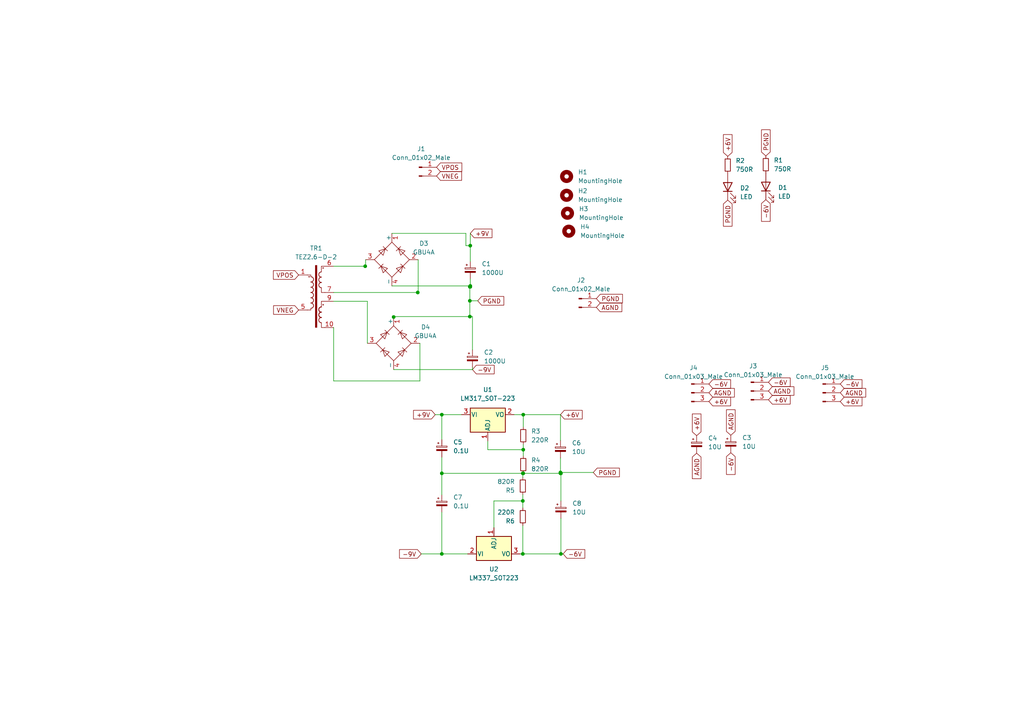
<source format=kicad_sch>
(kicad_sch (version 20211123) (generator eeschema)
  (paper "A4")
  (lib_symbols
    (symbol "Connector:Conn_01x02_Male" (pin_names (offset 1.016) hide)
      (property "Reference" "J" (at 0 2.54 0))
      (property "Value" "Conn_01x02_Male" (at 0 -5.08 0))
      (symbol "Conn_01x02_Male_1_1"
        (polyline (pts (xy 1.27 -2.54) (xy 0.8636 -2.54)) (stroke (width 0.1524)))
        (polyline (pts (xy 1.27 0) (xy 0.8636 0)) (stroke (width 0.1524)))
        (rectangle (start 0.8636 -2.413) (end 0 -2.667) (stroke (width 0.1524)) (fill (type outline)))
        (rectangle (start 0.8636 0.127) (end 0 -0.127) (stroke (width 0.1524)) (fill (type outline)))
        (pin passive line (at 5.08 0 180) (length 3.81) (name "Pin_1") (number "1"))
        (pin passive line (at 5.08 -2.54 180) (length 3.81) (name "Pin_2") (number "2"))
      )
    )
    (symbol "Connector:Conn_01x03_Male" (pin_names (offset 1.016) hide)
      (property "Reference" "J" (at 0 5.08 0))
      (property "Value" "Conn_01x03_Male" (at 0 -5.08 0))
      (symbol "Conn_01x03_Male_1_1"
        (polyline (pts (xy 1.27 -2.54) (xy 0.8636 -2.54)) (stroke (width 0.1524)))
        (polyline (pts (xy 1.27 0) (xy 0.8636 0)) (stroke (width 0.1524)))
        (polyline (pts (xy 1.27 2.54) (xy 0.8636 2.54)) (stroke (width 0.1524)))
        (rectangle (start 0.8636 -2.413) (end 0 -2.667) (stroke (width 0.1524)) (fill (type outline)))
        (rectangle (start 0.8636 0.127) (end 0 -0.127) (stroke (width 0.1524)) (fill (type outline)))
        (rectangle (start 0.8636 2.667) (end 0 2.413) (stroke (width 0.1524)) (fill (type outline)))
        (pin passive line (at 5.08 2.54 180) (length 3.81) (name "Pin_1") (number "1"))
        (pin passive line (at 5.08 0 180) (length 3.81) (name "Pin_2") (number "2"))
        (pin passive line (at 5.08 -2.54 180) (length 3.81) (name "Pin_3") (number "3"))
      )
    )
    (symbol "Device:C_Polarized_Small" (pin_numbers hide) (pin_names (offset 0.254) hide)
      (property "Reference" "C" (at 0.254 1.778 0))
      (property "Value" "C_Polarized_Small" (at 0.254 -2.032 0))
      (symbol "C_Polarized_Small_0_1"
        (rectangle (start -1.524 -0.3048) (end 1.524 -0.6858) (fill (type outline)))
        (rectangle (start -1.524 0.6858) (end 1.524 0.3048))
        (polyline (pts (xy -1.27 1.524) (xy -0.762 1.524)))
        (polyline (pts (xy -1.016 1.27) (xy -1.016 1.778)))
      )
      (symbol "C_Polarized_Small_1_1"
        (pin passive line (at 0 2.54 270) (length 1.8542) (name "~") (number "1"))
        (pin passive line (at 0 -2.54 90) (length 1.8542) (name "~") (number "2"))
      )
    )
    (symbol "Device:LED" (pin_numbers hide) (pin_names (offset 1.016) hide)
      (property "Reference" "D" (at 0 2.54 0))
      (property "Value" "LED" (at 0 -2.54 0))
      (symbol "LED_0_1"
        (polyline (pts (xy -1.27 -1.27) (xy -1.27 1.27)) (stroke (width 0.254)))
        (polyline (pts (xy -1.27 0) (xy 1.27 0)))
        (polyline (pts (xy 1.27 -1.27) (xy 1.27 1.27) (xy -1.27 0) (xy 1.27 -1.27)) (stroke (width 0.254)))
        (polyline (pts (xy -3.048 -0.762) (xy -4.572 -2.286) (xy -3.81 -2.286) (xy -4.572 -2.286) (xy -4.572 -1.524)))
        (polyline (pts (xy -1.778 -0.762) (xy -3.302 -2.286) (xy -2.54 -2.286) (xy -3.302 -2.286) (xy -3.302 -1.524)))
      )
      (symbol "LED_1_1"
        (pin passive line (at -3.81 0 0) (length 2.54) (name "K") (number "1"))
        (pin passive line (at 3.81 0 180) (length 2.54) (name "A") (number "2"))
      )
    )
    (symbol "Device:R_Small" (pin_numbers hide) (pin_names (offset 0.254) hide)
      (property "Reference" "R" (at 0.762 0.508 0))
      (property "Value" "R_Small" (at 0.762 -1.016 0))
      (symbol "R_Small_0_1"
        (rectangle (start -0.762 1.778) (end 0.762 -1.778) (stroke (width 0.2032)))
      )
      (symbol "R_Small_1_1"
        (pin passive line (at 0 2.54 270) (length 0.762) (name "~") (number "1"))
        (pin passive line (at 0 -2.54 90) (length 0.762) (name "~") (number "2"))
      )
    )
    (symbol "Diode_Bridge:GBU4A" (pin_names (offset 0))
      (property "Reference" "D" (at 2.54 6.985 0))
      (property "Value" "GBU4A" (at 2.54 5.08 0))
      (symbol "GBU4A_0_1"
        (polyline (pts (xy -2.54 3.81) (xy -1.27 2.54)))
        (polyline (pts (xy -1.27 -2.54) (xy -2.54 -3.81)))
        (polyline (pts (xy 2.54 -1.27) (xy 3.81 -2.54)))
        (polyline (pts (xy 2.54 1.27) (xy 3.81 2.54)))
        (polyline (pts (xy -3.81 2.54) (xy -2.54 1.27) (xy -1.905 3.175) (xy -3.81 2.54)))
        (polyline (pts (xy -2.54 -1.27) (xy -3.81 -2.54) (xy -1.905 -3.175) (xy -2.54 -1.27)))
        (polyline (pts (xy 1.27 2.54) (xy 2.54 3.81) (xy 3.175 1.905) (xy 1.27 2.54)))
        (polyline (pts (xy 3.175 -1.905) (xy 1.27 -2.54) (xy 2.54 -3.81) (xy 3.175 -1.905)))
        (polyline (pts (xy -5.08 0) (xy 0 -5.08) (xy 5.08 0) (xy 0 5.08) (xy -5.08 0)))
      )
      (symbol "GBU4A_1_1"
        (pin passive line (at 7.62 0 180) (length 2.54) (name "+") (number "1"))
        (pin passive line (at 0 -7.62 90) (length 2.54) (name "~") (number "2"))
        (pin passive line (at 0 7.62 270) (length 2.54) (name "~") (number "3"))
        (pin passive line (at -7.62 0 0) (length 2.54) (name "-") (number "4"))
      )
    )
    (symbol "Mechanical:MountingHole" (pin_names (offset 1.016))
      (property "Reference" "H" (at 0 5.08 0))
      (property "Value" "MountingHole" (at 0 3.175 0))
      (symbol "MountingHole_0_1"
        (circle (center 0 0) (radius 1.27) (stroke (width 1.27)))
      )
    )
    (symbol "Regulator_Linear:LM317_SOT-223" (pin_names (offset 0.254))
      (property "Reference" "U" (at -3.81 3.175 0))
      (property "Value" "LM317_SOT-223" (at 0 3.175 0))
      (symbol "LM317_SOT-223_0_1"
        (rectangle (start -5.08 1.905) (end 5.08 -5.08) (stroke (width 0.254)) (fill (type background)))
      )
      (symbol "LM317_SOT-223_1_1"
        (pin input line (at 0 -7.62 90) (length 2.54) (name "ADJ") (number "1"))
        (pin power_out line (at 7.62 0 180) (length 2.54) (name "VO") (number "2"))
        (pin power_in line (at -7.62 0 0) (length 2.54) (name "VI") (number "3"))
      )
    )
    (symbol "Regulator_Linear:LM337_SOT223" (pin_names (offset 0.254))
      (property "Reference" "U" (at -3.81 -3.175 0))
      (property "Value" "LM337_SOT223" (at 0 -3.175 0))
      (symbol "LM337_SOT223_0_1"
        (rectangle (start -5.08 5.08) (end 5.08 -1.905) (stroke (width 0.254)) (fill (type background)))
      )
      (symbol "LM337_SOT223_1_1"
        (pin input line (at 0 7.62 270) (length 2.54) (name "ADJ") (number "1"))
        (pin power_in line (at -7.62 0 0) (length 2.54) (name "VI") (number "2"))
        (pin power_out line (at 7.62 0 180) (length 2.54) (name "VO") (number "3"))
      )
    )
    (symbol "Transformer:TEZ2.6-D-2" (pin_names (offset 0.0254))
      (property "Reference" "TR" (at 0 8.89 0))
      (property "Value" "TEZ2.6-D-2" (at 0 -11.43 0))
      (symbol "TEZ2.6-D-2_0_1"
        (circle (center -2.032 4.572) (radius 0.127))
        (arc (start -1.524 -4.572) (mid -0.762 -3.81) (end -1.524 -3.048) (stroke (width 0.2032)))
        (arc (start -1.524 -3.048) (mid -0.762 -2.286) (end -1.524 -1.524) (stroke (width 0.2032)))
        (arc (start -1.524 -1.524) (mid -0.762 -0.762) (end -1.524 0) (stroke (width 0.2032)))
        (arc (start -1.524 0) (mid -0.762 0.762) (end -1.524 1.524) (stroke (width 0.2032)))
        (arc (start -1.524 1.524) (mid -0.762 2.286) (end -1.524 3.048) (stroke (width 0.2032)))
        (arc (start -1.524 3.048) (mid -0.762 3.81) (end -1.524 4.572) (stroke (width 0.2032)))
        (rectangle (start -0.254 7.874) (end 0.254 -10.16) (stroke (width 0.0254)) (fill (type outline)))
        (polyline (pts (xy -1.524 -4.572) (xy -1.524 -5.08) (xy -2.54 -5.08)))
        (polyline (pts (xy -1.524 4.572) (xy -1.524 5.08) (xy -2.54 5.08)))
        (polyline (pts (xy 1.524 -8.89) (xy 1.524 -10.16) (xy 2.54 -10.16)))
        (polyline (pts (xy 2.54 -2.54) (xy 1.524 -2.54) (xy 1.524 -4.064)))
        (polyline (pts (xy 2.54 0) (xy 1.524 0) (xy 1.524 1.27)))
        (polyline (pts (xy 2.54 7.62) (xy 1.524 7.62) (xy 1.524 6.096)))
        (arc (start 1.524 -7.239) (mid 0.762 -8.001) (end 1.524 -8.763) (stroke (width 0.2032)))
        (arc (start 1.524 -5.715) (mid 0.762 -6.477) (end 1.524 -7.239) (stroke (width 0.2032)))
        (arc (start 1.524 -5.715) (mid 0.762 -6.477) (end 1.524 -7.239) (stroke (width 0.2032)))
        (arc (start 1.524 -4.191) (mid 0.762 -4.953) (end 1.524 -5.715) (stroke (width 0.2032)))
        (arc (start 1.524 -4.191) (mid 0.762 -4.953) (end 1.524 -5.715) (stroke (width 0.2032)))
        (arc (start 1.524 2.921) (mid 0.762 2.159) (end 1.524 1.397) (stroke (width 0.2032)))
        (arc (start 1.524 4.445) (mid 0.762 3.683) (end 1.524 2.921) (stroke (width 0.2032)))
        (arc (start 1.524 5.969) (mid 0.762 5.207) (end 1.524 4.445) (stroke (width 0.2032)))
        (circle (center 2.032 -3.556) (radius 0.127))
        (circle (center 2.032 7.112) (radius 0.127))
      )
      (symbol "TEZ2.6-D-2_1_1"
        (pin passive line (at -5.08 5.08 0) (length 2.54) (name "~") (number "1"))
        (pin passive line (at 5.08 -10.16 180) (length 2.54) (name "~") (number "10"))
        (pin passive line (at -5.08 -5.08 0) (length 2.54) (name "~") (number "5"))
        (pin passive line (at 5.08 7.62 180) (length 2.54) (name "~") (number "6"))
        (pin passive line (at 5.08 0 180) (length 2.54) (name "~") (number "7"))
        (pin passive line (at 5.08 -2.54 180) (length 2.54) (name "~") (number "9"))
      )
    )
  )
  (junction (at 114.173 91.948))
  (junction (at 151.765 130.429))
  (junction (at 121.158 84.836))
  (junction (at 151.638 145.288))
  (junction (at 136.271 83.185))
  (junction (at 151.765 120.269))
  (junction (at 151.638 137.287))
  (junction (at 128.143 120.269))
  (junction (at 136.398 83.185))
  (junction (at 162.56 137.287))
  (junction (at 162.687 137.287))
  (junction (at 128.143 160.655))
  (junction (at 136.398 82.931))
  (junction (at 151.638 160.655))
  (junction (at 162.687 160.655))
  (junction (at 136.271 91.821))
  (junction (at 136.398 71.247))
  (junction (at 162.56 137.033))
  (junction (at 128.143 137.287))
  (junction (at 136.271 87.249))
  (junction (at 105.918 77.216))
  (junction (at 151.765 137.287))
  (wire (pts (xy 137.033 91.821) (xy 136.271 91.821)))
  (wire (pts (xy 96.774 77.216) (xy 105.918 77.216)))
  (wire (pts (xy 136.398 83.185) (xy 136.271 83.185)))
  (wire (pts (xy 121.793 110.49) (xy 96.774 110.49)))
  (wire (pts (xy 121.158 84.836) (xy 96.774 84.836)))
  (wire (pts (xy 106.553 87.376) (xy 96.774 87.376)))
  (wire (pts (xy 151.765 130.429) (xy 151.765 132.207)))
  (wire (pts (xy 151.765 128.905) (xy 151.765 130.429)))
  (wire (pts (xy 106.553 99.568) (xy 106.553 87.376)))
  (wire (pts (xy 136.398 71.247) (xy 136.398 75.819)))
  (wire (pts (xy 136.271 91.821) (xy 114.173 91.821)))
  (wire (pts (xy 136.398 80.899) (xy 136.398 82.931)))
  (wire (pts (xy 162.687 160.655) (xy 163.322 160.655)))
  (wire (pts (xy 162.687 160.655) (xy 162.687 150.368)))
  (wire (pts (xy 151.638 152.4) (xy 151.638 160.655)))
  (wire (pts (xy 128.143 160.655) (xy 135.636 160.655)))
  (wire (pts (xy 162.56 127.762) (xy 162.56 120.269)))
  (wire (pts (xy 141.478 127.889) (xy 141.478 130.429)))
  (wire (pts (xy 128.143 120.269) (xy 133.858 120.269)))
  (wire (pts (xy 143.256 145.288) (xy 151.638 145.288)))
  (wire (pts (xy 113.665 82.931) (xy 136.398 82.931)))
  (wire (pts (xy 128.143 127.508) (xy 128.143 120.269)))
  (wire (pts (xy 162.56 132.842) (xy 162.56 137.033)))
  (wire (pts (xy 135.128 67.691) (xy 135.128 71.247)))
  (wire (pts (xy 143.256 153.035) (xy 143.256 145.288)))
  (wire (pts (xy 151.765 137.287) (xy 162.56 137.287)))
  (wire (pts (xy 128.143 137.287) (xy 128.143 132.588)))
  (wire (pts (xy 106.045 77.216) (xy 105.918 77.216)))
  (wire (pts (xy 151.765 120.269) (xy 151.765 123.825)))
  (wire (pts (xy 136.271 83.185) (xy 136.271 87.249)))
  (wire (pts (xy 137.033 106.553) (xy 137.033 107.188)))
  (wire (pts (xy 106.045 75.311) (xy 106.045 77.216)))
  (wire (pts (xy 128.143 148.59) (xy 128.143 160.655)))
  (wire (pts (xy 151.765 120.269) (xy 162.56 120.269)))
  (wire (pts (xy 136.271 87.249) (xy 138.557 87.249)))
  (wire (pts (xy 151.638 147.32) (xy 151.638 145.288)))
  (wire (pts (xy 136.398 82.931) (xy 136.398 83.185)))
  (wire (pts (xy 151.638 160.655) (xy 162.687 160.655)))
  (wire (pts (xy 137.033 107.188) (xy 114.173 107.188)))
  (wire (pts (xy 151.638 145.288) (xy 151.638 143.51)))
  (wire (pts (xy 126.238 120.269) (xy 128.143 120.269)))
  (wire (pts (xy 149.098 120.269) (xy 151.765 120.269)))
  (wire (pts (xy 113.665 67.691) (xy 135.128 67.691)))
  (wire (pts (xy 114.173 91.821) (xy 114.173 91.948)))
  (wire (pts (xy 151.638 160.655) (xy 150.876 160.655)))
  (wire (pts (xy 121.793 99.568) (xy 121.793 110.49)))
  (wire (pts (xy 121.285 84.836) (xy 121.158 84.836)))
  (wire (pts (xy 162.56 137.033) (xy 162.56 137.287)))
  (wire (pts (xy 136.398 67.691) (xy 136.398 71.247)))
  (wire (pts (xy 162.687 145.288) (xy 162.687 137.287)))
  (wire (pts (xy 162.56 137.287) (xy 162.687 137.287)))
  (wire (pts (xy 136.271 87.249) (xy 136.271 91.821)))
  (wire (pts (xy 151.638 137.287) (xy 151.765 137.287)))
  (wire (pts (xy 135.128 71.247) (xy 136.398 71.247)))
  (wire (pts (xy 141.478 130.429) (xy 151.765 130.429)))
  (wire (pts (xy 121.285 75.311) (xy 121.285 84.836)))
  (wire (pts (xy 96.774 110.49) (xy 96.774 94.996)))
  (wire (pts (xy 151.638 137.287) (xy 151.638 138.43)))
  (wire (pts (xy 128.143 143.51) (xy 128.143 137.287)))
  (wire (pts (xy 128.143 137.287) (xy 151.638 137.287)))
  (wire (pts (xy 122.174 160.655) (xy 128.143 160.655)))
  (wire (pts (xy 137.033 91.821) (xy 137.033 101.473)))
  (wire (pts (xy 172.085 137.033) (xy 162.56 137.033)))
  (global_label "VNEG" (shape input) (at 126.619 51.054 0) (property "Intersheet References" "${INTERSHEET_REFS}" (effects hide)))
  (global_label "-6V" (shape input) (at 243.713 111.379 0) (property "Intersheet References" "${INTERSHEET_REFS}" (effects hide)))
  (global_label "AGND" (shape input) (at 222.885 113.411 0) (property "Intersheet References" "${INTERSHEET_REFS}" (effects hide)))
  (global_label "+6V" (shape input) (at 211.074 45.339 90) (property "Intersheet References" "${INTERSHEET_REFS}" (effects hide)))
  (global_label "-9V" (shape input) (at 122.174 160.655 180) (property "Intersheet References" "${INTERSHEET_REFS}" (effects hide)))
  (global_label "-9V" (shape input) (at 137.033 107.188 0) (property "Intersheet References" "${INTERSHEET_REFS}" (effects hide)))
  (global_label "AGND" (shape input) (at 202.057 131.445 270) (property "Intersheet References" "${INTERSHEET_REFS}" (effects hide)))
  (global_label "PGND" (shape input) (at 138.557 87.249 0) (property "Intersheet References" "${INTERSHEET_REFS}" (effects hide)))
  (global_label "+9V" (shape input) (at 126.238 120.269 180) (property "Intersheet References" "${INTERSHEET_REFS}" (effects hide)))
  (global_label "+9V" (shape input) (at 136.398 67.691 0) (property "Intersheet References" "${INTERSHEET_REFS}" (effects hide)))
  (global_label "VNEG" (shape input) (at 86.614 89.916 180) (property "Intersheet References" "${INTERSHEET_REFS}" (effects hide)))
  (global_label "-6V" (shape input) (at 222.885 110.871 0) (property "Intersheet References" "${INTERSHEET_REFS}" (effects hide)))
  (global_label "VPOS" (shape input) (at 86.614 79.756 180) (property "Intersheet References" "${INTERSHEET_REFS}" (effects hide)))
  (global_label "-6V" (shape input) (at 211.963 131.318 270) (property "Intersheet References" "${INTERSHEET_REFS}" (effects hide)))
  (global_label "+6V" (shape input) (at 243.713 116.459 0) (property "Intersheet References" "${INTERSHEET_REFS}" (effects hide)))
  (global_label "VPOS" (shape input) (at 126.619 48.514 0) (property "Intersheet References" "${INTERSHEET_REFS}" (effects hide)))
  (global_label "+6V" (shape input) (at 205.613 116.459 0) (property "Intersheet References" "${INTERSHEET_REFS}" (effects hide)))
  (global_label "AGND" (shape input) (at 205.613 113.919 0) (property "Intersheet References" "${INTERSHEET_REFS}" (effects hide)))
  (global_label "PGND" (shape input) (at 172.974 86.614 0) (property "Intersheet References" "${INTERSHEET_REFS}" (effects hide)))
  (global_label "AGND" (shape input) (at 172.974 89.154 0) (property "Intersheet References" "${INTERSHEET_REFS}" (effects hide)))
  (global_label "AGND" (shape input) (at 211.963 126.238 90) (property "Intersheet References" "${INTERSHEET_REFS}" (effects hide)))
  (global_label "+6V" (shape input) (at 222.885 115.951 0) (property "Intersheet References" "${INTERSHEET_REFS}" (effects hide)))
  (global_label "-6V" (shape input) (at 222.123 57.912 270) (property "Intersheet References" "${INTERSHEET_REFS}" (effects hide)))
  (global_label "-6V" (shape input) (at 205.613 111.379 0) (property "Intersheet References" "${INTERSHEET_REFS}" (effects hide)))
  (global_label "+6V" (shape input) (at 162.56 120.269 0) (property "Intersheet References" "${INTERSHEET_REFS}" (effects hide)))
  (global_label "-6V" (shape input) (at 163.322 160.655 0) (property "Intersheet References" "${INTERSHEET_REFS}" (effects hide)))
  (global_label "+6V" (shape input) (at 202.057 126.365 90) (property "Intersheet References" "${INTERSHEET_REFS}" (effects hide)))
  (global_label "PGND" (shape input) (at 211.074 58.039 270) (property "Intersheet References" "${INTERSHEET_REFS}" (effects hide)))
  (global_label "AGND" (shape input) (at 243.713 113.919 0) (property "Intersheet References" "${INTERSHEET_REFS}" (effects hide)))
  (global_label "PGND" (shape input) (at 172.085 137.033 0) (property "Intersheet References" "${INTERSHEET_REFS}" (effects hide)))
  (global_label "PGND" (shape input) (at 222.123 45.212 90) (property "Intersheet References" "${INTERSHEET_REFS}" (effects hide)))
  (symbol (lib_id "Connector:Conn_01x03_Male") (at 238.633 113.919 0) (unit 1)
    (property "Reference" "J5" (at 239.268 106.68 0))
    (property "Value" "Conn_01x03_Male" (at 239.268 109.22 0))
    (property "Footprint" "Connector_JST:JST_PH_B3B-PH-K_1x03_P2.00mm_Vertical" (effects hide))
  )
  (symbol (lib_id "Regulator_Linear:LM317_SOT-223") (at 141.478 120.269 0) (unit 1)
    (property "Reference" "U1" (at 141.478 113.03 0))
    (property "Value" "LM317_SOT-223" (at 141.478 115.57 0))
    (property "Footprint" "Package_TO_SOT_SMD:SOT-223-3_TabPin2" (effects hide))
    (property "Datasheet" "http://www.ti.com/lit/ds/symlink/lm317.pdf" (effects hide))
  )
  (symbol (lib_id "Mechanical:MountingHole") (at 164.338 51.181 0) (unit 1)
    (property "Reference" "H1" (at 167.64 49.9109 0) (effects (justify left)))
    (property "Value" "MountingHole" (at 167.64 52.4509 0) (effects (justify left)))
    (property "Footprint" "MountingHole:MountingHole_3.2mm_M3" (effects hide))
  )
  (symbol (lib_id "Diode_Bridge:GBU4A") (at 114.173 99.568 90) (unit 1)
    (property "Reference" "D4" (at 123.444 94.869 90))
    (property "Value" "GBU4A" (at 123.444 97.409 90))
    (property "Footprint" "Diode_THT:Diode_Bridge_Vishay_GBU" (effects hide))
    (property "Datasheet" "http://www.vishay.com/docs/88656/gbu4a.pdf" (effects hide))
  )
  (symbol (lib_id "Device:R_Small") (at 211.074 47.879 0) (unit 1)
    (property "Reference" "R2" (at 213.36 46.6089 0) (effects (justify left)))
    (property "Value" "750R" (at 213.36 49.1489 0) (effects (justify left)))
    (property "Footprint" "Resistor_SMD:R_0603_1608Metric_Pad0.98x0.95mm_HandSolder" (effects hide))
  )
  (symbol (lib_id "Device:C_Polarized_Small") (at 137.033 104.013 0) (unit 1)
    (property "Reference" "C2" (at 140.335 102.1968 0) (effects (justify left)))
    (property "Value" "1000U" (at 140.335 104.7368 0) (effects (justify left)))
    (property "Footprint" "Capacitor_THT:CP_Radial_D10.0mm_P5.00mm_P7.50mm" (effects hide))
  )
  (symbol (lib_id "Device:C_Polarized_Small") (at 128.143 130.048 0) (unit 1)
    (property "Reference" "C5" (at 131.445 128.2318 0) (effects (justify left)))
    (property "Value" "0.1U" (at 131.445 130.7718 0) (effects (justify left)))
    (property "Footprint" "Capacitor_SMD:C_0603_1608Metric_Pad1.08x0.95mm_HandSolder" (effects hide))
  )
  (symbol (lib_id "Device:C_Polarized_Small") (at 211.963 128.778 0) (unit 1)
    (property "Reference" "C3" (at 215.265 126.9618 0) (effects (justify left)))
    (property "Value" "10U" (at 215.265 129.5018 0) (effects (justify left)))
    (property "Footprint" "Capacitor_SMD:C_1206_3216Metric_Pad1.33x1.80mm_HandSolder" (effects hide))
  )
  (symbol (lib_id "Device:C_Polarized_Small") (at 162.56 130.302 0) (unit 1)
    (property "Reference" "C6" (at 165.862 128.4858 0) (effects (justify left)))
    (property "Value" "10U" (at 165.862 131.0258 0) (effects (justify left)))
    (property "Footprint" "Capacitor_SMD:C_1206_3216Metric_Pad1.33x1.80mm_HandSolder" (effects hide))
  )
  (symbol (lib_id "Device:R_Small") (at 151.765 126.365 0) (unit 1)
    (property "Reference" "R3" (at 154.051 125.0949 0) (effects (justify left)))
    (property "Value" "220R" (at 154.051 127.6349 0) (effects (justify left)))
    (property "Footprint" "Resistor_SMD:R_0805_2012Metric_Pad1.20x1.40mm_HandSolder" (effects hide))
  )
  (symbol (lib_id "Device:C_Polarized_Small") (at 202.057 128.905 0) (unit 1)
    (property "Reference" "C4" (at 205.359 127.0888 0) (effects (justify left)))
    (property "Value" "10U" (at 205.359 129.6288 0) (effects (justify left)))
    (property "Footprint" "Capacitor_SMD:C_1206_3216Metric_Pad1.33x1.80mm_HandSolder" (effects hide))
  )
  (symbol (lib_id "Device:C_Polarized_Small") (at 128.143 146.05 0) (unit 1)
    (property "Reference" "C7" (at 131.445 144.2338 0) (effects (justify left)))
    (property "Value" "0.1U" (at 131.445 146.7738 0) (effects (justify left)))
    (property "Footprint" "Capacitor_SMD:C_0603_1608Metric_Pad1.08x0.95mm_HandSolder" (effects hide))
  )
  (symbol (lib_id "Regulator_Linear:LM337_SOT223") (at 143.256 160.655 0) (unit 1)
    (property "Reference" "U2" (at 143.256 165.1 0))
    (property "Value" "LM337_SOT223" (at 143.256 167.64 0))
    (property "Footprint" "Package_TO_SOT_SMD:SOT-223-3_TabPin2" (effects hide))
    (property "Datasheet" "http://www.ti.com/lit/ds/symlink/lm337-n.pdf" (effects hide))
  )
  (symbol (lib_id "Connector:Conn_01x02_Male") (at 121.539 48.514 0) (unit 1)
    (property "Reference" "J1" (at 122.174 43.18 0))
    (property "Value" "Conn_01x02_Male" (at 122.174 45.72 0))
    (property "Footprint" "Connector_JST:JST_XH_B2B-XH-A_1x02_P2.50mm_Vertical" (effects hide))
  )
  (symbol (lib_id "Mechanical:MountingHole") (at 164.338 56.642 0) (unit 1)
    (property "Reference" "H2" (at 167.64 55.3719 0) (effects (justify left)))
    (property "Value" "MountingHole" (at 167.64 57.9119 0) (effects (justify left)))
    (property "Footprint" "MountingHole:MountingHole_3.2mm_M3" (effects hide))
  )
  (symbol (lib_id "Device:R_Small") (at 151.638 140.97 180) (unit 1)
    (property "Reference" "R5" (at 149.352 142.2401 0) (effects (justify left)))
    (property "Value" "820R" (at 149.352 139.7001 0) (effects (justify left)))
    (property "Footprint" "Resistor_SMD:R_0805_2012Metric_Pad1.20x1.40mm_HandSolder" (effects hide))
  )
  (symbol (lib_id "Diode_Bridge:GBU4A") (at 113.665 75.311 90) (unit 1)
    (property "Reference" "D3" (at 122.936 70.612 90))
    (property "Value" "GBU4A" (at 122.936 73.152 90))
    (property "Footprint" "Diode_THT:Diode_Bridge_Vishay_GBU" (effects hide))
    (property "Datasheet" "http://www.vishay.com/docs/88656/gbu4a.pdf" (effects hide))
  )
  (symbol (lib_id "Device:C_Polarized_Small") (at 162.687 147.828 0) (unit 1)
    (property "Reference" "C8" (at 165.989 146.0118 0) (effects (justify left)))
    (property "Value" "10U" (at 165.989 148.5518 0) (effects (justify left)))
    (property "Footprint" "Capacitor_SMD:C_1206_3216Metric_Pad1.33x1.80mm_HandSolder" (effects hide))
  )
  (symbol (lib_id "Connector:Conn_01x03_Male") (at 200.533 113.919 0) (unit 1)
    (property "Reference" "J4" (at 201.168 106.68 0))
    (property "Value" "Conn_01x03_Male" (at 201.168 109.22 0))
    (property "Footprint" "Connector_JST:JST_PH_B3B-PH-K_1x03_P2.00mm_Vertical" (effects hide))
  )
  (symbol (lib_id "Device:LED") (at 222.123 54.102 90) (unit 1)
    (property "Reference" "D1" (at 225.679 54.4194 90) (effects (justify right)))
    (property "Value" "LED" (at 225.679 56.9594 90) (effects (justify right)))
    (property "Footprint" "LED_SMD:LED_0805_2012Metric_Pad1.15x1.40mm_HandSolder" (effects hide))
  )
  (symbol (lib_id "Device:R_Small") (at 151.638 149.86 180) (unit 1)
    (property "Reference" "R6" (at 149.352 151.1301 0) (effects (justify left)))
    (property "Value" "220R" (at 149.352 148.5901 0) (effects (justify left)))
    (property "Footprint" "Resistor_SMD:R_0805_2012Metric_Pad1.20x1.40mm_HandSolder" (effects hide))
  )
  (symbol (lib_id "Connector:Conn_01x02_Male") (at 167.894 86.614 0) (unit 1)
    (property "Reference" "J2" (at 168.529 81.28 0))
    (property "Value" "Conn_01x02_Male" (at 168.529 83.82 0))
    (property "Footprint" "Connector_JST:JST_PH_B2B-PH-K_1x02_P2.00mm_Vertical" (effects hide))
  )
  (symbol (lib_id "Device:R_Small") (at 222.123 47.752 0) (unit 1)
    (property "Reference" "R1" (at 224.409 46.4819 0) (effects (justify left)))
    (property "Value" "750R" (at 224.409 49.0219 0) (effects (justify left)))
    (property "Footprint" "Resistor_SMD:R_0603_1608Metric_Pad0.98x0.95mm_HandSolder" (effects hide))
  )
  (symbol (lib_id "Connector:Conn_01x03_Male") (at 217.805 113.411 0) (unit 1)
    (property "Reference" "J3" (at 218.44 106.172 0))
    (property "Value" "Conn_01x03_Male" (at 218.44 108.712 0))
    (property "Footprint" "Connector_JST:JST_PH_B3B-PH-K_1x03_P2.00mm_Vertical" (effects hide))
  )
  (symbol (lib_id "Mechanical:MountingHole") (at 164.973 67.056 0) (unit 1)
    (property "Reference" "H4" (at 168.275 65.7859 0) (effects (justify left)))
    (property "Value" "MountingHole" (at 168.275 68.3259 0) (effects (justify left)))
    (property "Footprint" "MountingHole:MountingHole_3.2mm_M3" (effects hide))
  )
  (symbol (lib_id "Device:R_Small") (at 151.765 134.747 0) (unit 1)
    (property "Reference" "R4" (at 154.051 133.4769 0) (effects (justify left)))
    (property "Value" "820R" (at 154.051 136.0169 0) (effects (justify left)))
    (property "Footprint" "Resistor_SMD:R_0805_2012Metric_Pad1.20x1.40mm_HandSolder" (effects hide))
  )
  (symbol (lib_id "Transformer:TEZ2.6-D-2") (at 91.694 84.836 0) (unit 1)
    (property "Reference" "TR1" (at 91.694 72.009 0))
    (property "Value" "TEZ2.6-D-2" (at 91.694 74.549 0))
    (property "Footprint" "Transformer_THT:Transformer_Breve_TEZ-28x33" (effects hide))
    (property "Datasheet" "http://www.breve.pl/pdf/ANG/TEZ_ang.pdf" (effects hide))
  )
  (symbol (lib_id "Mechanical:MountingHole") (at 164.592 61.849 0) (unit 1)
    (property "Reference" "H3" (at 167.894 60.5789 0) (effects (justify left)))
    (property "Value" "MountingHole" (at 167.894 63.1189 0) (effects (justify left)))
    (property "Footprint" "MountingHole:MountingHole_3.2mm_M3" (effects hide))
  )
  (symbol (lib_id "Device:LED") (at 211.074 54.229 90) (unit 1)
    (property "Reference" "D2" (at 214.63 54.5464 90) (effects (justify right)))
    (property "Value" "LED" (at 214.63 57.0864 90) (effects (justify right)))
    (property "Footprint" "LED_SMD:LED_0805_2012Metric_Pad1.15x1.40mm_HandSolder" (effects hide))
  )
  (symbol (lib_id "Device:C_Polarized_Small") (at 136.398 78.359 0) (unit 1)
    (property "Reference" "C1" (at 139.7 76.5428 0) (effects (justify left)))
    (property "Value" "1000U" (at 139.7 79.0828 0) (effects (justify left)))
    (property "Footprint" "Capacitor_THT:CP_Radial_D10.0mm_P5.00mm_P7.50mm" (effects hide))
  )
)
</source>
